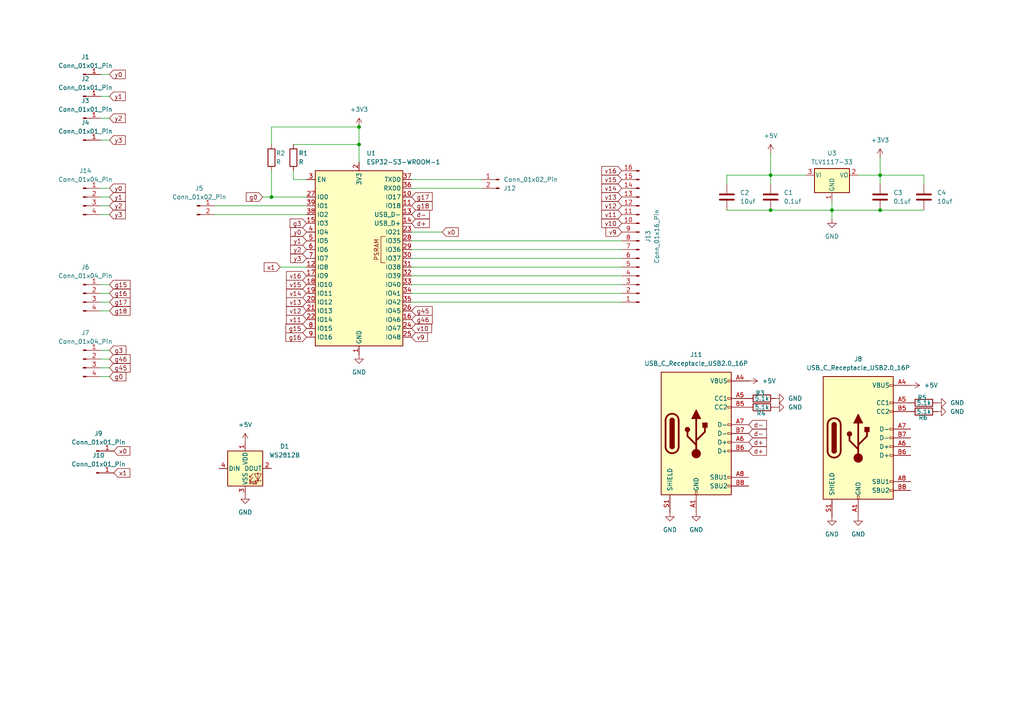
<source format=kicad_sch>
(kicad_sch (version 20250114) (generator "eeschema") (generator_version "9.0")
  (paper "A4")
  (lib_symbols
    (symbol "Connector:Conn_01x01_Pin" (pin_names (offset 1.016) (hide yes))
      (property "Reference" "J" (at 0 2.54 0))
      (property "Value" "Conn_01x01_Pin" (at 0 -2.54 0))
      (symbol "Conn_01x01_Pin_1_1"
        (rectangle (start 0.8636 0.127) (end 0 -0.127) (stroke (width 0.1524)) (fill (type outline)))
        (polyline (pts (xy 1.27 0) (xy 0.8636 0)) (stroke (width 0.1524)))
        (pin passive line (at 5.08 0 180) (length 3.81) (name "Pin_1") (number "1"))
      )
    )
    (symbol "Connector:Conn_01x02_Pin" (pin_names (offset 1.016) (hide yes))
      (property "Reference" "J" (at 0 2.54 0))
      (property "Value" "Conn_01x02_Pin" (at 0 -5.08 0))
      (symbol "Conn_01x02_Pin_1_1"
        (rectangle (start 0.8636 0.127) (end 0 -0.127) (stroke (width 0.1524)) (fill (type outline)))
        (rectangle (start 0.8636 -2.413) (end 0 -2.667) (stroke (width 0.1524)) (fill (type outline)))
        (polyline (pts (xy 1.27 0) (xy 0.8636 0)) (stroke (width 0.1524)))
        (polyline (pts (xy 1.27 -2.54) (xy 0.8636 -2.54)) (stroke (width 0.1524)))
        (pin passive line (at 5.08 0 180) (length 3.81) (name "Pin_1") (number "1"))
        (pin passive line (at 5.08 -2.54 180) (length 3.81) (name "Pin_2") (number "2"))
      )
    )
    (symbol "Connector:Conn_01x04_Pin" (pin_names (offset 1.016) (hide yes))
      (property "Reference" "J" (at 0 5.08 0))
      (property "Value" "Conn_01x04_Pin" (at 0 -7.62 0))
      (symbol "Conn_01x04_Pin_1_1"
        (rectangle (start 0.8636 2.667) (end 0 2.413) (stroke (width 0.1524)) (fill (type outline)))
        (rectangle (start 0.8636 0.127) (end 0 -0.127) (stroke (width 0.1524)) (fill (type outline)))
        (rectangle (start 0.8636 -2.413) (end 0 -2.667) (stroke (width 0.1524)) (fill (type outline)))
        (rectangle (start 0.8636 -4.953) (end 0 -5.207) (stroke (width 0.1524)) (fill (type outline)))
        (polyline (pts (xy 1.27 2.54) (xy 0.8636 2.54)) (stroke (width 0.1524)))
        (polyline (pts (xy 1.27 0) (xy 0.8636 0)) (stroke (width 0.1524)))
        (polyline (pts (xy 1.27 -2.54) (xy 0.8636 -2.54)) (stroke (width 0.1524)))
        (polyline (pts (xy 1.27 -5.08) (xy 0.8636 -5.08)) (stroke (width 0.1524)))
        (pin passive line (at 5.08 2.54 180) (length 3.81) (name "Pin_1") (number "1"))
        (pin passive line (at 5.08 0 180) (length 3.81) (name "Pin_2") (number "2"))
        (pin passive line (at 5.08 -2.54 180) (length 3.81) (name "Pin_3") (number "3"))
        (pin passive line (at 5.08 -5.08 180) (length 3.81) (name "Pin_4") (number "4"))
      )
    )
    (symbol "Connector:Conn_01x16_Pin" (pin_names (offset 1.016) (hide yes))
      (property "Reference" "J" (at 0 20.32 0))
      (property "Value" "Conn_01x16_Pin" (at 0 -22.86 0))
      (symbol "Conn_01x16_Pin_1_1"
        (rectangle (start 0.8636 17.907) (end 0 17.653) (stroke (width 0.1524)) (fill (type outline)))
        (rectangle (start 0.8636 15.367) (end 0 15.113) (stroke (width 0.1524)) (fill (type outline)))
        (rectangle (start 0.8636 12.827) (end 0 12.573) (stroke (width 0.1524)) (fill (type outline)))
        (rectangle (start 0.8636 10.287) (end 0 10.033) (stroke (width 0.1524)) (fill (type outline)))
        (rectangle (start 0.8636 7.747) (end 0 7.493) (stroke (width 0.1524)) (fill (type outline)))
        (rectangle (start 0.8636 5.207) (end 0 4.953) (stroke (width 0.1524)) (fill (type outline)))
        (rectangle (start 0.8636 2.667) (end 0 2.413) (stroke (width 0.1524)) (fill (type outline)))
        (rectangle (start 0.8636 0.127) (end 0 -0.127) (stroke (width 0.1524)) (fill (type outline)))
        (rectangle (start 0.8636 -2.413) (end 0 -2.667) (stroke (width 0.1524)) (fill (type outline)))
        (rectangle (start 0.8636 -4.953) (end 0 -5.207) (stroke (width 0.1524)) (fill (type outline)))
        (rectangle (start 0.8636 -7.493) (end 0 -7.747) (stroke (width 0.1524)) (fill (type outline)))
        (rectangle (start 0.8636 -10.033) (end 0 -10.287) (stroke (width 0.1524)) (fill (type outline)))
        (rectangle (start 0.8636 -12.573) (end 0 -12.827) (stroke (width 0.1524)) (fill (type outline)))
        (rectangle (start 0.8636 -15.113) (end 0 -15.367) (stroke (width 0.1524)) (fill (type outline)))
        (rectangle (start 0.8636 -17.653) (end 0 -17.907) (stroke (width 0.1524)) (fill (type outline)))
        (rectangle (start 0.8636 -20.193) (end 0 -20.447) (stroke (width 0.1524)) (fill (type outline)))
        (polyline (pts (xy 1.27 17.78) (xy 0.8636 17.78)) (stroke (width 0.1524)))
        (polyline (pts (xy 1.27 15.24) (xy 0.8636 15.24)) (stroke (width 0.1524)))
        (polyline (pts (xy 1.27 12.7) (xy 0.8636 12.7)) (stroke (width 0.1524)))
        (polyline (pts (xy 1.27 10.16) (xy 0.8636 10.16)) (stroke (width 0.1524)))
        (polyline (pts (xy 1.27 7.62) (xy 0.8636 7.62)) (stroke (width 0.1524)))
        (polyline (pts (xy 1.27 5.08) (xy 0.8636 5.08)) (stroke (width 0.1524)))
        (polyline (pts (xy 1.27 2.54) (xy 0.8636 2.54)) (stroke (width 0.1524)))
        (polyline (pts (xy 1.27 0) (xy 0.8636 0)) (stroke (width 0.1524)))
        (polyline (pts (xy 1.27 -2.54) (xy 0.8636 -2.54)) (stroke (width 0.1524)))
        (polyline (pts (xy 1.27 -5.08) (xy 0.8636 -5.08)) (stroke (width 0.1524)))
        (polyline (pts (xy 1.27 -7.62) (xy 0.8636 -7.62)) (stroke (width 0.1524)))
        (polyline (pts (xy 1.27 -10.16) (xy 0.8636 -10.16)) (stroke (width 0.1524)))
        (polyline (pts (xy 1.27 -12.7) (xy 0.8636 -12.7)) (stroke (width 0.1524)))
        (polyline (pts (xy 1.27 -15.24) (xy 0.8636 -15.24)) (stroke (width 0.1524)))
        (polyline (pts (xy 1.27 -17.78) (xy 0.8636 -17.78)) (stroke (width 0.1524)))
        (polyline (pts (xy 1.27 -20.32) (xy 0.8636 -20.32)) (stroke (width 0.1524)))
        (pin passive line (at 5.08 17.78 180) (length 3.81) (name "Pin_1") (number "1"))
        (pin passive line (at 5.08 15.24 180) (length 3.81) (name "Pin_2") (number "2"))
        (pin passive line (at 5.08 12.7 180) (length 3.81) (name "Pin_3") (number "3"))
        (pin passive line (at 5.08 10.16 180) (length 3.81) (name "Pin_4") (number "4"))
        (pin passive line (at 5.08 7.62 180) (length 3.81) (name "Pin_5") (number "5"))
        (pin passive line (at 5.08 5.08 180) (length 3.81) (name "Pin_6") (number "6"))
        (pin passive line (at 5.08 2.54 180) (length 3.81) (name "Pin_7") (number "7"))
        (pin passive line (at 5.08 0 180) (length 3.81) (name "Pin_8") (number "8"))
        (pin passive line (at 5.08 -2.54 180) (length 3.81) (name "Pin_9") (number "9"))
        (pin passive line (at 5.08 -5.08 180) (length 3.81) (name "Pin_10") (number "10"))
        (pin passive line (at 5.08 -7.62 180) (length 3.81) (name "Pin_11") (number "11"))
        (pin passive line (at 5.08 -10.16 180) (length 3.81) (name "Pin_12") (number "12"))
        (pin passive line (at 5.08 -12.7 180) (length 3.81) (name "Pin_13") (number "13"))
        (pin passive line (at 5.08 -15.24 180) (length 3.81) (name "Pin_14") (number "14"))
        (pin passive line (at 5.08 -17.78 180) (length 3.81) (name "Pin_15") (number "15"))
        (pin passive line (at 5.08 -20.32 180) (length 3.81) (name "Pin_16") (number "16"))
      )
    )
    (symbol "Connector:USB_C_Receptacle_USB2.0_16P" (pin_names (offset 1.016))
      (property "Reference" "J" (at 0 22.225 0))
      (property "Value" "USB_C_Receptacle_USB2.0_16P" (at 0 19.685 0))
      (symbol "USB_C_Receptacle_USB2.0_16P_0_0"
        (rectangle (start -0.254 -17.78) (end 0.254 -16.764))
        (rectangle (start 10.16 15.494) (end 9.144 14.986))
        (rectangle (start 10.16 10.414) (end 9.144 9.906))
        (rectangle (start 10.16 7.874) (end 9.144 7.366))
        (rectangle (start 10.16 2.794) (end 9.144 2.286))
        (rectangle (start 10.16 0.254) (end 9.144 -0.254))
        (rectangle (start 10.16 -2.286) (end 9.144 -2.794))
        (rectangle (start 10.16 -4.826) (end 9.144 -5.334))
        (rectangle (start 10.16 -12.446) (end 9.144 -12.954))
        (rectangle (start 10.16 -14.986) (end 9.144 -15.494))
      )
      (symbol "USB_C_Receptacle_USB2.0_16P_0_1"
        (rectangle (start -10.16 17.78) (end 10.16 -17.78) (stroke (width 0.254)) (fill (type background)))
        (polyline (pts (xy -8.89 -3.81) (xy -8.89 3.81)) (stroke (width 0.508)))
        (rectangle (start -7.62 -3.81) (end -6.35 3.81) (stroke (width 0.254)) (fill (type outline)))
        (arc (start -7.62 3.81) (mid -6.985 4.4423) (end -6.35 3.81) (stroke (width 0.254)))
        (arc (start -7.62 3.81) (mid -6.985 4.4423) (end -6.35 3.81) (stroke (width 0.254)) (fill (type outline)))
        (arc (start -8.89 3.81) (mid -6.985 5.7067) (end -5.08 3.81) (stroke (width 0.508)))
        (arc (start -5.08 -3.81) (mid -6.985 -5.7067) (end -8.89 -3.81) (stroke (width 0.508)))
        (arc (start -6.35 -3.81) (mid -6.985 -4.4423) (end -7.62 -3.81) (stroke (width 0.254)))
        (arc (start -6.35 -3.81) (mid -6.985 -4.4423) (end -7.62 -3.81) (stroke (width 0.254)) (fill (type outline)))
        (polyline (pts (xy -5.08 3.81) (xy -5.08 -3.81)) (stroke (width 0.508)))
        (circle (center -2.54 1.143) (radius 0.635) (stroke (width 0.254)) (fill (type outline)))
        (polyline (pts (xy -1.27 4.318) (xy 0 6.858) (xy 1.27 4.318) (xy -1.27 4.318)) (stroke (width 0.254)) (fill (type outline)))
        (polyline (pts (xy 0 -2.032) (xy 2.54 0.508) (xy 2.54 1.778)) (stroke (width 0.508)))
        (polyline (pts (xy 0 -3.302) (xy -2.54 -0.762) (xy -2.54 0.508)) (stroke (width 0.508)))
        (polyline (pts (xy 0 -5.842) (xy 0 4.318)) (stroke (width 0.508)))
        (circle (center 0 -5.842) (radius 1.27) (fill (type outline)))
        (rectangle (start 1.905 1.778) (end 3.175 3.048) (stroke (width 0.254)) (fill (type outline)))
      )
      (symbol "USB_C_Receptacle_USB2.0_16P_1_1"
        (pin passive line (at -7.62 -22.86 90) (length 5.08) (name "SHIELD") (number "S1"))
        (pin passive line (at 0 -22.86 90) (length 5.08) (name "GND") (number "A1"))
        (pin passive line (at 0 -22.86 90) (length 5.08) (hide yes) (name "GND") (number "A12"))
        (pin passive line (at 0 -22.86 90) (length 5.08) (hide yes) (name "GND") (number "B1"))
        (pin passive line (at 0 -22.86 90) (length 5.08) (hide yes) (name "GND") (number "B12"))
        (pin passive line (at 15.24 15.24 180) (length 5.08) (name "VBUS") (number "A4"))
        (pin passive line (at 15.24 15.24 180) (length 5.08) (hide yes) (name "VBUS") (number "A9"))
        (pin passive line (at 15.24 15.24 180) (length 5.08) (hide yes) (name "VBUS") (number "B4"))
        (pin passive line (at 15.24 15.24 180) (length 5.08) (hide yes) (name "VBUS") (number "B9"))
        (pin bidirectional line (at 15.24 10.16 180) (length 5.08) (name "CC1") (number "A5"))
        (pin bidirectional line (at 15.24 7.62 180) (length 5.08) (name "CC2") (number "B5"))
        (pin bidirectional line (at 15.24 2.54 180) (length 5.08) (name "D-") (number "A7"))
        (pin bidirectional line (at 15.24 0 180) (length 5.08) (name "D-") (number "B7"))
        (pin bidirectional line (at 15.24 -2.54 180) (length 5.08) (name "D+") (number "A6"))
        (pin bidirectional line (at 15.24 -5.08 180) (length 5.08) (name "D+") (number "B6"))
        (pin bidirectional line (at 15.24 -12.7 180) (length 5.08) (name "SBU1") (number "A8"))
        (pin bidirectional line (at 15.24 -15.24 180) (length 5.08) (name "SBU2") (number "B8"))
      )
    )
    (symbol "Device:C" (pin_numbers (hide yes)) (pin_names (offset 0.254))
      (property "Reference" "C" (at 0.635 2.54 0))
      (property "Value" "C" (at 0.635 -2.54 0))
      (symbol "C_0_1"
        (polyline (pts (xy -2.032 0.762) (xy 2.032 0.762)) (stroke (width 0.508)))
        (polyline (pts (xy -2.032 -0.762) (xy 2.032 -0.762)) (stroke (width 0.508)))
      )
      (symbol "C_1_1"
        (pin passive line (at 0 3.81 270) (length 2.794) (name "~") (number "1"))
        (pin passive line (at 0 -3.81 90) (length 2.794) (name "~") (number "2"))
      )
    )
    (symbol "Device:R" (pin_numbers (hide yes)) (pin_names (offset 0))
      (property "Reference" "R" (at 2.032 0 90))
      (property "Value" "R" (at 0 0 90))
      (symbol "R_0_1"
        (rectangle (start -1.016 -2.54) (end 1.016 2.54) (stroke (width 0.254)))
      )
      (symbol "R_1_1"
        (pin passive line (at 0 3.81 270) (length 1.27) (name "~") (number "1"))
        (pin passive line (at 0 -3.81 90) (length 1.27) (name "~") (number "2"))
      )
    )
    (symbol "LED:WS2812B" (pin_names (offset 0.254))
      (property "Reference" "D" (at 5.08 5.715 0))
      (property "Value" "WS2812B" (at 1.27 -5.715 0))
      (symbol "WS2812B_0_0"
        (text "RGB" (at 2.286 -4.191 0) (effects (font (size 0.762 0.762))))
      )
      (symbol "WS2812B_0_1"
        (polyline (pts (xy 1.27 -2.54) (xy 1.778 -2.54)))
        (polyline (pts (xy 1.27 -3.556) (xy 1.778 -3.556)))
        (polyline (pts (xy 2.286 -1.524) (xy 1.27 -2.54) (xy 1.27 -2.032)))
        (polyline (pts (xy 2.286 -2.54) (xy 1.27 -3.556) (xy 1.27 -3.048)))
        (polyline (pts (xy 3.683 -1.016) (xy 3.683 -3.556) (xy 3.683 -4.064)))
        (polyline (pts (xy 4.699 -1.524) (xy 2.667 -1.524) (xy 3.683 -3.556) (xy 4.699 -1.524)))
        (polyline (pts (xy 4.699 -3.556) (xy 2.667 -3.556)))
        (rectangle (start 5.08 5.08) (end -5.08 -5.08) (stroke (width 0.254)) (fill (type background)))
      )
      (symbol "WS2812B_1_1"
        (pin input line (at -7.62 0 0) (length 2.54) (name "DIN") (number "4"))
        (pin power_in line (at 0 7.62 270) (length 2.54) (name "VDD") (number "1"))
        (pin power_in line (at 0 -7.62 90) (length 2.54) (name "VSS") (number "3"))
        (pin output line (at 7.62 0 180) (length 2.54) (name "DOUT") (number "2"))
      )
    )
    (symbol "RF_Module:ESP32-S3-WROOM-1"
      (property "Reference" "U" (at -12.7 26.67 0))
      (property "Value" "ESP32-S3-WROOM-1" (at 12.7 26.67 0))
      (symbol "ESP32-S3-WROOM-1_0_0"
        (rectangle (start -12.7 25.4) (end 12.7 -25.4) (stroke (width 0.254)) (fill (type background)))
        (text "PSRAM" (at 5.08 2.54 900) (effects (font (size 1.27 1.27))))
      )
      (symbol "ESP32-S3-WROOM-1_0_1"
        (polyline (pts (xy 7.62 -1.27) (xy 6.35 -1.27) (xy 6.35 6.35) (xy 7.62 6.35)))
      )
      (symbol "ESP32-S3-WROOM-1_1_1"
        (pin input line (at -15.24 22.86 0) (length 2.54) (name "EN") (number "3"))
        (pin bidirectional line (at -15.24 17.78 0) (length 2.54) (name "IO0") (number "27"))
        (pin bidirectional line (at -15.24 15.24 0) (length 2.54) (name "IO1") (number "39"))
        (pin bidirectional line (at -15.24 12.7 0) (length 2.54) (name "IO2") (number "38"))
        (pin bidirectional line (at -15.24 10.16 0) (length 2.54) (name "IO3") (number "15"))
        (pin bidirectional line (at -15.24 7.62 0) (length 2.54) (name "IO4") (number "4"))
        (pin bidirectional line (at -15.24 5.08 0) (length 2.54) (name "IO5") (number "5"))
        (pin bidirectional line (at -15.24 2.54 0) (length 2.54) (name "IO6") (number "6"))
        (pin bidirectional line (at -15.24 0 0) (length 2.54) (name "IO7") (number "7"))
        (pin bidirectional line (at -15.24 -2.54 0) (length 2.54) (name "IO8") (number "12"))
        (pin bidirectional line (at -15.24 -5.08 0) (length 2.54) (name "IO9") (number "17"))
        (pin bidirectional line (at -15.24 -7.62 0) (length 2.54) (name "IO10") (number "18"))
        (pin bidirectional line (at -15.24 -10.16 0) (length 2.54) (name "IO11") (number "19"))
        (pin bidirectional line (at -15.24 -12.7 0) (length 2.54) (name "IO12") (number "20"))
        (pin bidirectional line (at -15.24 -15.24 0) (length 2.54) (name "IO13") (number "21"))
        (pin bidirectional line (at -15.24 -17.78 0) (length 2.54) (name "IO14") (number "22"))
        (pin bidirectional line (at -15.24 -20.32 0) (length 2.54) (name "IO15") (number "8"))
        (pin bidirectional line (at -15.24 -22.86 0) (length 2.54) (name "IO16") (number "9"))
        (pin power_in line (at 0 27.94 270) (length 2.54) (name "3V3") (number "2"))
        (pin power_in line (at 0 -27.94 90) (length 2.54) (name "GND") (number "1"))
        (pin passive line (at 0 -27.94 90) (length 2.54) (hide yes) (name "GND") (number "40"))
        (pin passive line (at 0 -27.94 90) (length 2.54) (hide yes) (name "GND") (number "41"))
        (pin bidirectional line (at 15.24 22.86 180) (length 2.54) (name "TXD0") (number "37"))
        (pin bidirectional line (at 15.24 20.32 180) (length 2.54) (name "RXD0") (number "36"))
        (pin bidirectional line (at 15.24 17.78 180) (length 2.54) (name "IO17") (number "10"))
        (pin bidirectional line (at 15.24 15.24 180) (length 2.54) (name "IO18") (number "11"))
        (pin bidirectional line (at 15.24 12.7 180) (length 2.54) (name "USB_D-") (number "13"))
        (pin bidirectional line (at 15.24 10.16 180) (length 2.54) (name "USB_D+") (number "14"))
        (pin bidirectional line (at 15.24 7.62 180) (length 2.54) (name "IO21") (number "23"))
        (pin bidirectional line (at 15.24 5.08 180) (length 2.54) (name "IO35") (number "28"))
        (pin bidirectional line (at 15.24 2.54 180) (length 2.54) (name "IO36") (number "29"))
        (pin bidirectional line (at 15.24 0 180) (length 2.54) (name "IO37") (number "30"))
        (pin bidirectional line (at 15.24 -2.54 180) (length 2.54) (name "IO38") (number "31"))
        (pin bidirectional line (at 15.24 -5.08 180) (length 2.54) (name "IO39") (number "32"))
        (pin bidirectional line (at 15.24 -7.62 180) (length 2.54) (name "IO40") (number "33"))
        (pin bidirectional line (at 15.24 -10.16 180) (length 2.54) (name "IO41") (number "34"))
        (pin bidirectional line (at 15.24 -12.7 180) (length 2.54) (name "IO42") (number "35"))
        (pin bidirectional line (at 15.24 -15.24 180) (length 2.54) (name "IO45") (number "26"))
        (pin bidirectional line (at 15.24 -17.78 180) (length 2.54) (name "IO46") (number "16"))
        (pin bidirectional line (at 15.24 -20.32 180) (length 2.54) (name "IO47") (number "24"))
        (pin bidirectional line (at 15.24 -22.86 180) (length 2.54) (name "IO48") (number "25"))
      )
    )
    (symbol "Regulator_Linear:TLV1117-33" (pin_names (offset 0.254))
      (property "Reference" "U" (at -3.81 3.175 0))
      (property "Value" "TLV1117-33" (at 0 3.175 0))
      (symbol "TLV1117-33_0_1"
        (rectangle (start -5.08 -5.08) (end 5.08 1.905) (stroke (width 0.254)) (fill (type background)))
      )
      (symbol "TLV1117-33_1_1"
        (pin power_in line (at -7.62 0 0) (length 2.54) (name "VI") (number "3"))
        (pin power_in line (at 0 -7.62 90) (length 2.54) (name "GND") (number "1"))
        (pin power_out line (at 7.62 0 180) (length 2.54) (name "VO") (number "2"))
      )
    )
    (symbol "power:+3V3" (power) (pin_numbers (hide yes)) (pin_names (offset 0) (hide yes))
      (property "Value" "+3V3" (at 0 3.556 0))
      (symbol "+3V3_0_1"
        (polyline (pts (xy -0.762 1.27) (xy 0 2.54)))
        (polyline (pts (xy 0 2.54) (xy 0.762 1.27)))
        (polyline (pts (xy 0 0) (xy 0 2.54)))
      )
      (symbol "+3V3_1_1"
        (pin power_in line (at 0 0 90) (length 0) (name "~") (number "1"))
      )
    )
    (symbol "power:+5V" (power) (pin_numbers (hide yes)) (pin_names (offset 0) (hide yes))
      (property "Value" "+5V" (at 0 3.556 0))
      (symbol "+5V_0_1"
        (polyline (pts (xy -0.762 1.27) (xy 0 2.54)))
        (polyline (pts (xy 0 2.54) (xy 0.762 1.27)))
        (polyline (pts (xy 0 0) (xy 0 2.54)))
      )
      (symbol "+5V_1_1"
        (pin power_in line (at 0 0 90) (length 0) (name "~") (number "1"))
      )
    )
    (symbol "power:GND" (power) (pin_numbers (hide yes)) (pin_names (offset 0) (hide yes))
      (property "Value" "GND" (at 0 -3.81 0))
      (symbol "GND_0_1"
        (polyline (pts (xy 0 0) (xy 0 -1.27) (xy 1.27 -1.27) (xy 0 -2.54) (xy -1.27 -1.27) (xy 0 -1.27)))
      )
      (symbol "GND_1_1"
        (pin power_in line (at 0 0 270) (length 0) (name "~") (number "1"))
      )
    )
  )
  (junction (at 78.74 57.15))
  (junction (at 223.52 50.8))
  (junction (at 255.27 50.8))
  (junction (at 241.3 60.96))
  (junction (at 255.27 60.96))
  (junction (at 223.52 60.96))
  (junction (at 104.14 41.91))
  (junction (at 104.14 36.83))
  (wire (pts (xy 119.38 80.01) (xy 180.34 80.01)))
  (wire (pts (xy 85.09 52.07) (xy 85.09 49.53)))
  (wire (pts (xy 29.21 109.22) (xy 31.75 109.22)))
  (wire (pts (xy 62.23 62.23) (xy 88.9 62.23)))
  (wire (pts (xy 119.38 82.55) (xy 180.34 82.55)))
  (wire (pts (xy 241.3 60.96) (xy 241.3 58.42)))
  (wire (pts (xy 29.21 59.69) (xy 31.75 59.69)))
  (wire (pts (xy 119.38 52.07) (xy 139.7 52.07)))
  (wire (pts (xy 119.38 87.63) (xy 180.34 87.63)))
  (wire (pts (xy 119.38 74.93) (xy 180.34 74.93)))
  (wire (pts (xy 119.38 54.61) (xy 139.7 54.61)))
  (wire (pts (xy 119.38 72.39) (xy 180.34 72.39)))
  (wire (pts (xy 104.14 36.83) (xy 104.14 41.91)))
  (wire (pts (xy 29.21 27.94) (xy 31.75 27.94)))
  (wire (pts (xy 29.21 57.15) (xy 31.75 57.15)))
  (wire (pts (xy 29.21 62.23) (xy 31.75 62.23)))
  (wire (pts (xy 248.92 50.8) (xy 255.27 50.8)))
  (wire (pts (xy 119.38 69.85) (xy 180.34 69.85)))
  (wire (pts (xy 119.38 77.47) (xy 180.34 77.47)))
  (wire (pts (xy 223.52 50.8) (xy 223.52 53.34)))
  (wire (pts (xy 29.21 106.68) (xy 31.75 106.68)))
  (wire (pts (xy 210.82 60.96) (xy 223.52 60.96)))
  (wire (pts (xy 267.97 53.34) (xy 267.97 50.8)))
  (wire (pts (xy 29.21 82.55) (xy 31.75 82.55)))
  (wire (pts (xy 29.21 21.59) (xy 31.75 21.59)))
  (wire (pts (xy 255.27 60.96) (xy 267.97 60.96)))
  (wire (pts (xy 85.09 41.91) (xy 104.14 41.91)))
  (wire (pts (xy 29.21 87.63) (xy 31.75 87.63)))
  (wire (pts (xy 210.82 50.8) (xy 210.82 53.34)))
  (wire (pts (xy 29.21 90.17) (xy 31.75 90.17)))
  (wire (pts (xy 76.2 57.15) (xy 78.74 57.15)))
  (wire (pts (xy 255.27 50.8) (xy 255.27 45.72)))
  (wire (pts (xy 78.74 57.15) (xy 88.9 57.15)))
  (wire (pts (xy 223.52 60.96) (xy 241.3 60.96)))
  (wire (pts (xy 29.21 104.14) (xy 31.75 104.14)))
  (wire (pts (xy 223.52 50.8) (xy 223.52 44.45)))
  (wire (pts (xy 88.9 52.07) (xy 85.09 52.07)))
  (wire (pts (xy 241.3 63.5) (xy 241.3 60.96)))
  (wire (pts (xy 241.3 60.96) (xy 255.27 60.96)))
  (wire (pts (xy 29.21 85.09) (xy 31.75 85.09)))
  (wire (pts (xy 119.38 85.09) (xy 180.34 85.09)))
  (wire (pts (xy 210.82 50.8) (xy 223.52 50.8)))
  (wire (pts (xy 78.74 36.83) (xy 104.14 36.83)))
  (wire (pts (xy 62.23 59.69) (xy 88.9 59.69)))
  (wire (pts (xy 255.27 50.8) (xy 267.97 50.8)))
  (wire (pts (xy 29.21 40.64) (xy 31.75 40.64)))
  (wire (pts (xy 29.21 101.6) (xy 31.75 101.6)))
  (wire (pts (xy 233.68 50.8) (xy 223.52 50.8)))
  (wire (pts (xy 81.28 77.47) (xy 88.9 77.47)))
  (wire (pts (xy 29.21 34.29) (xy 31.75 34.29)))
  (wire (pts (xy 29.21 54.61) (xy 31.75 54.61)))
  (wire (pts (xy 255.27 53.34) (xy 255.27 50.8)))
  (wire (pts (xy 104.14 41.91) (xy 104.14 46.99)))
  (wire (pts (xy 78.74 49.53) (xy 78.74 57.15)))
  (wire (pts (xy 119.38 67.31) (xy 128.27 67.31)))
  (wire (pts (xy 78.74 41.91) (xy 78.74 36.83)))
  (global_label "y0" (shape input) (at 31.75 21.59 0) (property "Intersheetrefs" "${INTERSHEET_REFS}" (effects (hide yes))))
  (global_label "y1" (shape input) (at 88.9 69.85 180) (property "Intersheetrefs" "${INTERSHEET_REFS}" (effects (hide yes))))
  (global_label "g3" (shape input) (at 88.9 64.77 180) (property "Intersheetrefs" "${INTERSHEET_REFS}" (effects (hide yes))))
  (global_label "d+" (shape input) (at 217.17 130.81 0) (property "Intersheetrefs" "${INTERSHEET_REFS}" (effects (hide yes))))
  (global_label "g17" (shape input) (at 31.75 87.63 0) (property "Intersheetrefs" "${INTERSHEET_REFS}" (effects (hide yes))))
  (global_label "g18" (shape input) (at 31.75 90.17 0) (property "Intersheetrefs" "${INTERSHEET_REFS}" (effects (hide yes))))
  (global_label "d+" (shape input) (at 119.38 64.77 0) (property "Intersheetrefs" "${INTERSHEET_REFS}" (effects (hide yes))))
  (global_label "g46" (shape input) (at 31.75 104.14 0) (property "Intersheetrefs" "${INTERSHEET_REFS}" (effects (hide yes))))
  (global_label "x0" (shape input) (at 33.02 130.81 0) (property "Intersheetrefs" "${INTERSHEET_REFS}" (effects (hide yes))))
  (global_label "y0" (shape input) (at 31.75 54.61 0) (property "Intersheetrefs" "${INTERSHEET_REFS}" (effects (hide yes))))
  (global_label "d-" (shape input) (at 217.17 125.73 0) (property "Intersheetrefs" "${INTERSHEET_REFS}" (effects (hide yes))))
  (global_label "d-" (shape input) (at 119.38 62.23 0) (property "Intersheetrefs" "${INTERSHEET_REFS}" (effects (hide yes))))
  (global_label "g3" (shape input) (at 31.75 101.6 0) (property "Intersheetrefs" "${INTERSHEET_REFS}" (effects (hide yes))))
  (global_label "x0" (shape input) (at 128.27 67.31 0) (property "Intersheetrefs" "${INTERSHEET_REFS}" (effects (hide yes))))
  (global_label "v12" (shape input) (at 88.9 90.17 180) (property "Intersheetrefs" "${INTERSHEET_REFS}" (effects (hide yes))))
  (global_label "g45" (shape input) (at 119.38 90.17 0) (property "Intersheetrefs" "${INTERSHEET_REFS}" (effects (hide yes))))
  (global_label "g46" (shape input) (at 119.38 92.71 0) (property "Intersheetrefs" "${INTERSHEET_REFS}" (effects (hide yes))))
  (global_label "g16" (shape input) (at 31.75 85.09 0) (property "Intersheetrefs" "${INTERSHEET_REFS}" (effects (hide yes))))
  (global_label "v10" (shape input) (at 119.38 95.25 0) (property "Intersheetrefs" "${INTERSHEET_REFS}" (effects (hide yes))))
  (global_label "g15" (shape input) (at 31.75 82.55 0) (property "Intersheetrefs" "${INTERSHEET_REFS}" (effects (hide yes))))
  (global_label "y3" (shape input) (at 31.75 40.64 0) (property "Intersheetrefs" "${INTERSHEET_REFS}" (effects (hide yes))))
  (global_label "y3" (shape input) (at 31.75 62.23 0) (property "Intersheetrefs" "${INTERSHEET_REFS}" (effects (hide yes))))
  (global_label "y1" (shape input) (at 31.75 27.94 0) (property "Intersheetrefs" "${INTERSHEET_REFS}" (effects (hide yes))))
  (global_label "x1" (shape input) (at 33.02 137.16 0) (property "Intersheetrefs" "${INTERSHEET_REFS}" (effects (hide yes))))
  (global_label "y1" (shape input) (at 31.75 57.15 0) (property "Intersheetrefs" "${INTERSHEET_REFS}" (effects (hide yes))))
  (global_label "g15" (shape input) (at 88.9 95.25 180) (property "Intersheetrefs" "${INTERSHEET_REFS}" (effects (hide yes))))
  (global_label "d+" (shape input) (at 217.17 128.27 0) (property "Intersheetrefs" "${INTERSHEET_REFS}" (effects (hide yes))))
  (global_label "v10" (shape input) (at 180.34 64.77 180) (property "Intersheetrefs" "${INTERSHEET_REFS}" (effects (hide yes))))
  (global_label "v15" (shape input) (at 180.34 52.07 180) (property "Intersheetrefs" "${INTERSHEET_REFS}" (effects (hide yes))))
  (global_label "v11" (shape input) (at 180.34 62.23 180) (property "Intersheetrefs" "${INTERSHEET_REFS}" (effects (hide yes))))
  (global_label "v12" (shape input) (at 180.34 59.69 180) (property "Intersheetrefs" "${INTERSHEET_REFS}" (effects (hide yes))))
  (global_label "y3" (shape input) (at 88.9 74.93 180) (property "Intersheetrefs" "${INTERSHEET_REFS}" (effects (hide yes))))
  (global_label "g0" (shape input) (at 31.75 109.22 0) (property "Intersheetrefs" "${INTERSHEET_REFS}" (effects (hide yes))))
  (global_label "y0" (shape input) (at 88.9 67.31 180) (property "Intersheetrefs" "${INTERSHEET_REFS}" (effects (hide yes))))
  (global_label "v16" (shape input) (at 88.9 80.01 180) (property "Intersheetrefs" "${INTERSHEET_REFS}" (effects (hide yes))))
  (global_label "v15" (shape input) (at 88.9 82.55 180) (property "Intersheetrefs" "${INTERSHEET_REFS}" (effects (hide yes))))
  (global_label "v9" (shape input) (at 119.38 97.79 0) (property "Intersheetrefs" "${INTERSHEET_REFS}" (effects (hide yes))))
  (global_label "g45" (shape input) (at 31.75 106.68 0) (property "Intersheetrefs" "${INTERSHEET_REFS}" (effects (hide yes))))
  (global_label "g0" (shape input) (at 76.2 57.15 180) (property "Intersheetrefs" "${INTERSHEET_REFS}" (effects (hide yes))))
  (global_label "y2" (shape input) (at 31.75 34.29 0) (property "Intersheetrefs" "${INTERSHEET_REFS}" (effects (hide yes))))
  (global_label "x1" (shape input) (at 81.28 77.47 180) (property "Intersheetrefs" "${INTERSHEET_REFS}" (effects (hide yes))))
  (global_label "y2" (shape input) (at 88.9 72.39 180) (property "Intersheetrefs" "${INTERSHEET_REFS}" (effects (hide yes))))
  (global_label "v13" (shape input) (at 180.34 57.15 180) (property "Intersheetrefs" "${INTERSHEET_REFS}" (effects (hide yes))))
  (global_label "g16" (shape input) (at 88.9 97.79 180) (property "Intersheetrefs" "${INTERSHEET_REFS}" (effects (hide yes))))
  (global_label "y2" (shape input) (at 31.75 59.69 0) (property "Intersheetrefs" "${INTERSHEET_REFS}" (effects (hide yes))))
  (global_label "v16" (shape input) (at 180.34 49.53 180) (property "Intersheetrefs" "${INTERSHEET_REFS}" (effects (hide yes))))
  (global_label "v14" (shape input) (at 88.9 85.09 180) (property "Intersheetrefs" "${INTERSHEET_REFS}" (effects (hide yes))))
  (global_label "g18" (shape input) (at 119.38 59.69 0) (property "Intersheetrefs" "${INTERSHEET_REFS}" (effects (hide yes))))
  (global_label "v9" (shape input) (at 180.34 67.31 180) (property "Intersheetrefs" "${INTERSHEET_REFS}" (effects (hide yes))))
  (global_label "d-" (shape input) (at 217.17 123.19 0) (property "Intersheetrefs" "${INTERSHEET_REFS}" (effects (hide yes))))
  (global_label "g17" (shape input) (at 119.38 57.15 0) (property "Intersheetrefs" "${INTERSHEET_REFS}" (effects (hide yes))))
  (global_label "v13" (shape input) (at 88.9 87.63 180) (property "Intersheetrefs" "${INTERSHEET_REFS}" (effects (hide yes))))
  (global_label "v14" (shape input) (at 180.34 54.61 180) (property "Intersheetrefs" "${INTERSHEET_REFS}" (effects (hide yes))))
  (global_label "v11" (shape input) (at 88.9 92.71 180) (property "Intersheetrefs" "${INTERSHEET_REFS}" (effects (hide yes))))
  (symbol (lib_id "Connector:Conn_01x01_Pin") (at 24.13 27.94 0) (unit 1)
    (property "Reference" "J2" (at 24.765 22.86 0))
    (property "Value" "Conn_01x01_Pin" (at 24.765 25.4 0))
    (property "Footprint" "Connector_PinHeader_2.54mm:PinHeader_1x01_P2.54mm_Vertical" (effects (hide yes)))
    (property "Description" "Generic connector, single row, 01x01, script generated" (effects (hide yes)))
  )
  (symbol (lib_id "power:GND") (at 194.31 148.59 0) (unit 1)
    (property "Reference" "#PWR02" (effects (hide yes)))
    (property "Value" "GND" (at 194.31 153.67 0))
    (property "Description" "Power symbol creates a global label with name \"GND\" , ground" (effects (hide yes)))
  )
  (symbol (lib_id "Device:C") (at 210.82 57.15 0) (unit 1)
    (property "Reference" "C2" (at 214.63 55.8799 0) (effects (justify left)))
    (property "Value" "10uf" (at 214.63 58.4199 0) (effects (justify left)))
    (property "Footprint" "Capacitor_SMD:C_0805_2012Metric" (effects (hide yes)))
    (property "Description" "Unpolarized capacitor" (effects (hide yes)))
  )
  (symbol (lib_id "Device:R") (at 85.09 45.72 0) (unit 1)
    (property "Reference" "R1" (at 86.614 44.45 0) (effects (justify left)))
    (property "Value" "R" (at 86.614 46.99 0) (effects (justify left)))
    (property "Footprint" "Resistor_SMD:R_0805_2012Metric" (effects (hide yes)))
    (property "Description" "Resistor" (effects (hide yes)))
  )
  (symbol (lib_id "power:+5V") (at 217.17 110.49 270) (unit 1)
    (property "Reference" "#PWR08" (effects (hide yes)))
    (property "Value" "+5V" (at 220.98 110.4899 90) (effects (justify left)))
    (property "Description" "Power symbol creates a global label with name \"+5V\"" (effects (hide yes)))
  )
  (symbol (lib_id "power:GND") (at 241.3 63.5 0) (unit 1)
    (property "Reference" "#PWR05" (effects (hide yes)))
    (property "Value" "GND" (at 241.3 68.58 0))
    (property "Description" "Power symbol creates a global label with name \"GND\" , ground" (effects (hide yes)))
  )
  (symbol (lib_id "Device:C") (at 255.27 57.15 0) (unit 1)
    (property "Reference" "C3" (at 259.08 55.8799 0) (effects (justify left)))
    (property "Value" "0.1uf" (at 259.08 58.4199 0) (effects (justify left)))
    (property "Footprint" "Capacitor_SMD:C_0603_1608Metric" (effects (hide yes)))
    (property "Description" "Unpolarized capacitor" (effects (hide yes)))
  )
  (symbol (lib_id "power:GND") (at 271.78 116.84 90) (unit 1)
    (property "Reference" "#PWR013" (effects (hide yes)))
    (property "Value" "GND" (at 275.59 116.8399 90) (effects (justify right)))
    (property "Description" "Power symbol creates a global label with name \"GND\" , ground" (effects (hide yes)))
  )
  (symbol (lib_id "power:GND") (at 248.92 149.86 0) (unit 1)
    (property "Reference" "#PWR017" (effects (hide yes)))
    (property "Value" "GND" (at 248.92 154.94 0))
    (property "Description" "Power symbol creates a global label with name \"GND\" , ground" (effects (hide yes)))
  )
  (symbol (lib_id "Device:C") (at 223.52 57.15 0) (unit 1)
    (property "Reference" "C1" (at 227.33 55.8799 0) (effects (justify left)))
    (property "Value" "0.1uf" (at 227.33 58.4199 0) (effects (justify left)))
    (property "Footprint" "Capacitor_SMD:C_0603_1608Metric" (effects (hide yes)))
    (property "Description" "Unpolarized capacitor" (effects (hide yes)))
  )
  (symbol (lib_id "Connector:Conn_01x16_Pin") (at 185.42 69.85 180) (unit 1)
    (property "Reference" "J13" (at 187.96 68.58 90))
    (property "Value" "Conn_01x16_Pin" (at 190.5 68.58 90))
    (property "Footprint" "Connector_PinHeader_2.54mm:PinHeader_1x16_P2.54mm_Vertical" (effects (hide yes)))
    (property "Description" "Generic connector, single row, 01x16, script generated" (effects (hide yes)))
  )
  (symbol (lib_id "Connector:Conn_01x01_Pin") (at 27.94 137.16 0) (unit 1)
    (property "Reference" "J10" (at 28.575 132.08 0))
    (property "Value" "Conn_01x01_Pin" (at 28.575 134.62 0))
    (property "Footprint" "Connector_PinHeader_2.54mm:PinHeader_1x01_P2.54mm_Vertical" (effects (hide yes)))
    (property "Description" "Generic connector, single row, 01x01, script generated" (effects (hide yes)))
  )
  (symbol (lib_id "Device:R") (at 220.98 115.57 90) (unit 1)
    (property "Reference" "R3" (at 220.472 114.046 90))
    (property "Value" "5.1k" (at 220.98 115.57 90))
    (property "Footprint" "Resistor_SMD:R_0805_2012Metric" (effects (hide yes)))
    (property "Description" "Resistor" (effects (hide yes)))
  )
  (symbol (lib_id "Connector:Conn_01x01_Pin") (at 24.13 34.29 0) (unit 1)
    (property "Reference" "J3" (at 24.765 29.21 0))
    (property "Value" "Conn_01x01_Pin" (at 24.765 31.75 0))
    (property "Footprint" "Connector_PinHeader_2.54mm:PinHeader_1x01_P2.54mm_Vertical" (effects (hide yes)))
    (property "Description" "Generic connector, single row, 01x01, script generated" (effects (hide yes)))
  )
  (symbol (lib_id "Device:R") (at 220.98 118.11 90) (unit 1)
    (property "Reference" "R4" (at 220.726 119.888 90))
    (property "Value" "5.1k" (at 220.98 118.11 90))
    (property "Footprint" "Resistor_SMD:R_0805_2012Metric" (effects (hide yes)))
    (property "Description" "Resistor" (effects (hide yes)))
  )
  (symbol (lib_id "Connector:Conn_01x04_Pin") (at 24.13 57.15 0) (unit 1)
    (property "Reference" "J14" (at 24.765 49.53 0))
    (property "Value" "Conn_01x04_Pin" (at 24.765 52.07 0))
    (property "Footprint" "Connector_PinHeader_2.54mm:PinHeader_1x04_P2.54mm_Vertical" (effects (hide yes)))
    (property "Description" "Generic connector, single row, 01x04, script generated" (effects (hide yes)))
  )
  (symbol (lib_id "power:+5V") (at 223.52 44.45 0) (unit 1)
    (property "Reference" "#PWR04" (effects (hide yes)))
    (property "Value" "+5V" (at 223.52 39.37 0))
    (property "Description" "Power symbol creates a global label with name \"+5V\"" (effects (hide yes)))
  )
  (symbol (lib_id "power:GND") (at 271.78 119.38 90) (unit 1)
    (property "Reference" "#PWR014" (effects (hide yes)))
    (property "Value" "GND" (at 275.59 119.3799 90) (effects (justify right)))
    (property "Description" "Power symbol creates a global label with name \"GND\" , ground" (effects (hide yes)))
  )
  (symbol (lib_id "Device:R") (at 267.97 119.38 90) (unit 1)
    (property "Reference" "R6" (at 267.716 121.158 90))
    (property "Value" "5.1k" (at 267.97 119.38 90))
    (property "Footprint" "Resistor_SMD:R_0805_2012Metric" (effects (hide yes)))
    (property "Description" "Resistor" (effects (hide yes)))
  )
  (symbol (lib_id "Device:C") (at 267.97 57.15 0) (unit 1)
    (property "Reference" "C4" (at 271.78 55.8799 0) (effects (justify left)))
    (property "Value" "10uf" (at 271.78 58.4199 0) (effects (justify left)))
    (property "Footprint" "Capacitor_SMD:C_0805_2012Metric" (effects (hide yes)))
    (property "Description" "Unpolarized capacitor" (effects (hide yes)))
  )
  (symbol (lib_id "RF_Module:ESP32-S3-WROOM-1") (at 104.14 74.93 0) (unit 1)
    (property "Reference" "U1" (at 106.2833 44.45 0) (effects (justify left)))
    (property "Value" "ESP32-S3-WROOM-1" (at 106.2833 46.99 0) (effects (justify left)))
    (property "Footprint" "RF_Module:ESP32-S3-WROOM-1" (effects (hide yes)))
    (property "Datasheet" "https://www.espressif.com/sites/default/files/documentation/esp32-s3-wroom-1_wroom-1u_datasheet_en.pdf" (effects (hide yes)))
    (property "Description" "RF Module, ESP32-S3 SoC, Wi-Fi 802.11b/g/n, Bluetooth, BLE, 32-bit, 3.3V, onboard antenna, SMD" (effects (hide yes)))
  )
  (symbol (lib_id "Connector:USB_C_Receptacle_USB2.0_16P") (at 248.92 127 0) (unit 1)
    (property "Reference" "J8" (at 248.92 104.14 0))
    (property "Value" "USB_C_Receptacle_USB2.0_16P" (at 248.92 106.68 0))
    (property "Footprint" "Connector_USB:USB_C_Receptacle_XKB_U262-16XN-4BVC11" (effects (hide yes)))
    (property "Datasheet" "https://www.usb.org/sites/default/files/documents/usb_type-c.zip" (effects (hide yes)))
    (property "Description" "USB 2.0-only 16P Type-C Receptacle connector" (effects (hide yes)))
  )
  (symbol (lib_id "power:GND") (at 104.14 102.87 0) (unit 1)
    (property "Reference" "#PWR01" (effects (hide yes)))
    (property "Value" "GND" (at 104.14 107.95 0))
    (property "Description" "Power symbol creates a global label with name \"GND\" , ground" (effects (hide yes)))
  )
  (symbol (lib_id "Device:R") (at 78.74 45.72 0) (unit 1)
    (property "Reference" "R2" (at 80.01 44.45 0) (effects (justify left)))
    (property "Value" "R" (at 80.01 46.99 0) (effects (justify left)))
    (property "Footprint" "Resistor_SMD:R_0805_2012Metric" (effects (hide yes)))
    (property "Description" "Resistor" (effects (hide yes)))
  )
  (symbol (lib_id "power:+3V3") (at 255.27 45.72 0) (unit 1)
    (property "Reference" "#PWR07" (effects (hide yes)))
    (property "Value" "+3V3" (at 255.27 40.64 0))
    (property "Description" "Power symbol creates a global label with name \"+3V3\"" (effects (hide yes)))
  )
  (symbol (lib_id "power:GND") (at 71.12 143.51 0) (unit 1)
    (property "Reference" "#PWR012" (effects (hide yes)))
    (property "Value" "GND" (at 71.12 148.59 0))
    (property "Description" "Power symbol creates a global label with name \"GND\" , ground" (effects (hide yes)))
  )
  (symbol (lib_id "Device:R") (at 267.97 116.84 90) (unit 1)
    (property "Reference" "R5" (at 267.462 115.316 90))
    (property "Value" "5.1k" (at 267.97 116.84 90))
    (property "Footprint" "Resistor_SMD:R_0805_2012Metric" (effects (hide yes)))
    (property "Description" "Resistor" (effects (hide yes)))
  )
  (symbol (lib_id "power:+5V") (at 71.12 128.27 0) (unit 1)
    (property "Reference" "#PWR011" (effects (hide yes)))
    (property "Value" "+5V" (at 71.12 123.19 0))
    (property "Description" "Power symbol creates a global label with name \"+5V\"" (effects (hide yes)))
  )
  (symbol (lib_id "power:GND") (at 224.79 115.57 90) (unit 1)
    (property "Reference" "#PWR09" (effects (hide yes)))
    (property "Value" "GND" (at 228.6 115.5699 90) (effects (justify right)))
    (property "Description" "Power symbol creates a global label with name \"GND\" , ground" (effects (hide yes)))
  )
  (symbol (lib_id "power:GND") (at 224.79 118.11 90) (unit 1)
    (property "Reference" "#PWR010" (effects (hide yes)))
    (property "Value" "GND" (at 228.6 118.1099 90) (effects (justify right)))
    (property "Description" "Power symbol creates a global label with name \"GND\" , ground" (effects (hide yes)))
  )
  (symbol (lib_id "Regulator_Linear:TLV1117-33") (at 241.3 50.8 0) (unit 1)
    (property "Reference" "U3" (at 241.3 44.45 0))
    (property "Value" "TLV1117-33" (at 241.3 46.99 0))
    (property "Footprint" "Package_TO_SOT_SMD:SOT-223" (effects (hide yes)))
    (property "Datasheet" "http://www.ti.com/lit/ds/symlink/tlv1117.pdf" (effects (hide yes)))
    (property "Description" "800mA Low-Dropout Linear Regulator, 3.3V fixed output, TO-220/TO-252/TO-263/SOT-223" (effects (hide yes)))
  )
  (symbol (lib_id "Connector:Conn_01x01_Pin") (at 24.13 40.64 0) (unit 1)
    (property "Reference" "J4" (at 24.765 35.56 0))
    (property "Value" "Conn_01x01_Pin" (at 24.765 38.1 0))
    (property "Footprint" "Connector_PinHeader_2.54mm:PinHeader_1x01_P2.54mm_Vertical" (effects (hide yes)))
    (property "Description" "Generic connector, single row, 01x01, script generated" (effects (hide yes)))
  )
  (symbol (lib_id "power:GND") (at 201.93 148.59 0) (unit 1)
    (property "Reference" "#PWR03" (effects (hide yes)))
    (property "Value" "GND" (at 201.93 153.67 0))
    (property "Description" "Power symbol creates a global label with name \"GND\" , ground" (effects (hide yes)))
  )
  (symbol (lib_id "Connector:Conn_01x02_Pin") (at 144.78 52.07 0) (mirror y) (unit 1)
    (property "Reference" "J12" (at 146.05 54.6101 0) (effects (justify right)))
    (property "Value" "Conn_01x02_Pin" (at 146.05 52.0701 0) (effects (justify right)))
    (property "Footprint" "Connector_PinHeader_2.54mm:PinHeader_1x02_P2.54mm_Vertical" (effects (hide yes)))
    (property "Description" "Generic connector, single row, 01x02, script generated" (effects (hide yes)))
  )
  (symbol (lib_id "Connector:Conn_01x01_Pin") (at 24.13 21.59 0) (unit 1)
    (property "Reference" "J1" (at 24.765 16.51 0))
    (property "Value" "Conn_01x01_Pin" (at 24.765 19.05 0))
    (property "Footprint" "Connector_PinHeader_2.54mm:PinHeader_1x01_P2.54mm_Vertical" (effects (hide yes)))
    (property "Description" "Generic connector, single row, 01x01, script generated" (effects (hide yes)))
  )
  (symbol (lib_id "LED:WS2812B") (at 71.12 135.89 0) (unit 1)
    (property "Reference" "D1" (at 82.55 129.4698 0))
    (property "Value" "WS2812B" (at 82.55 132.0098 0))
    (property "Footprint" "mykbd:ws2812_3228back" (effects (hide yes)))
    (property "Datasheet" "https://cdn-shop.adafruit.com/datasheets/WS2812B.pdf" (effects (hide yes)))
    (property "Description" "RGB LED with integrated controller" (effects (hide yes)))
  )
  (symbol (lib_id "power:+3V3") (at 104.14 36.83 0) (unit 1)
    (property "Reference" "#PWR06" (effects (hide yes)))
    (property "Value" "+3V3" (at 104.14 31.75 0))
    (property "Description" "Power symbol creates a global label with name \"+3V3\"" (effects (hide yes)))
  )
  (symbol (lib_id "Connector:Conn_01x02_Pin") (at 57.15 59.69 0) (unit 1)
    (property "Reference" "J5" (at 57.785 54.61 0))
    (property "Value" "Conn_01x02_Pin" (at 57.785 57.15 0))
    (property "Footprint" "Connector_PinHeader_2.54mm:PinHeader_1x02_P2.54mm_Vertical" (effects (hide yes)))
    (property "Description" "Generic connector, single row, 01x02, script generated" (effects (hide yes)))
  )
  (symbol (lib_id "Connector:Conn_01x01_Pin") (at 27.94 130.81 0) (unit 1)
    (property "Reference" "J9" (at 28.575 125.73 0))
    (property "Value" "Conn_01x01_Pin" (at 28.575 128.27 0))
    (property "Footprint" "Connector_PinHeader_2.54mm:PinHeader_1x01_P2.54mm_Vertical" (effects (hide yes)))
    (property "Description" "Generic connector, single row, 01x01, script generated" (effects (hide yes)))
  )
  (symbol (lib_id "Connector:Conn_01x04_Pin") (at 24.13 104.14 0) (unit 1)
    (property "Reference" "J7" (at 24.765 96.52 0))
    (property "Value" "Conn_01x04_Pin" (at 24.765 99.06 0))
    (property "Footprint" "Connector_PinHeader_2.54mm:PinHeader_1x04_P2.54mm_Vertical" (effects (hide yes)))
    (property "Description" "Generic connector, single row, 01x04, script generated" (effects (hide yes)))
  )
  (symbol (lib_id "Connector:USB_C_Receptacle_USB2.0_16P") (at 201.93 125.73 0) (unit 1)
    (property "Reference" "J11" (at 201.93 102.87 0))
    (property "Value" "USB_C_Receptacle_USB2.0_16P" (at 201.93 105.41 0))
    (property "Footprint" "Connector_USB:USB_C_Receptacle_XKB_U262-16XN-4BVC11" (effects (hide yes)))
    (property "Datasheet" "https://www.usb.org/sites/default/files/documents/usb_type-c.zip" (effects (hide yes)))
    (property "Description" "USB 2.0-only 16P Type-C Receptacle connector" (effects (hide yes)))
  )
  (symbol (lib_id "power:GND") (at 241.3 149.86 0) (unit 1)
    (property "Reference" "#PWR016" (effects (hide yes)))
    (property "Value" "GND" (at 241.3 154.94 0))
    (property "Description" "Power symbol creates a global label with name \"GND\" , ground" (effects (hide yes)))
  )
  (symbol (lib_id "power:+5V") (at 264.16 111.76 270) (unit 1)
    (property "Reference" "#PWR015" (effects (hide yes)))
    (property "Value" "+5V" (at 267.97 111.7599 90) (effects (justify left)))
    (property "Description" "Power symbol creates a global label with name \"+5V\"" (effects (hide yes)))
  )
  (symbol (lib_id "Connector:Conn_01x04_Pin") (at 24.13 85.09 0) (unit 1)
    (property "Reference" "J6" (at 24.765 77.47 0))
    (property "Value" "Conn_01x04_Pin" (at 24.765 80.01 0))
    (property "Footprint" "Connector_PinHeader_2.54mm:PinHeader_1x04_P2.54mm_Vertical" (effects (hide yes)))
    (property "Description" "Generic connector, single row, 01x04, script generated" (effects (hide yes)))
  )
)
</source>
